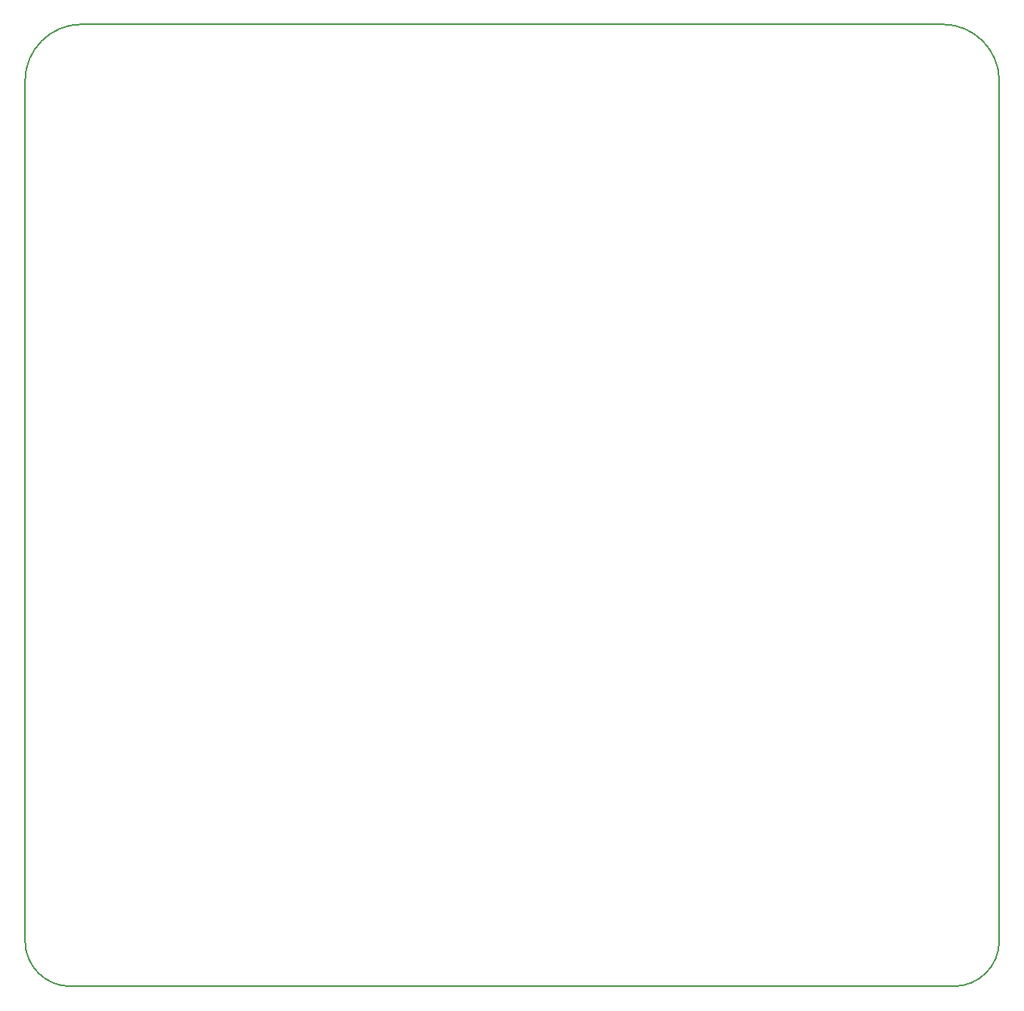
<source format=gbr>
G04 #@! TF.GenerationSoftware,KiCad,Pcbnew,5.0.2+dfsg1-1*
G04 #@! TF.CreationDate,2021-02-09T18:47:19-07:00*
G04 #@! TF.ProjectId,smart_battery,736d6172-745f-4626-9174-746572792e6b,rev?*
G04 #@! TF.SameCoordinates,Original*
G04 #@! TF.FileFunction,Profile,NP*
%FSLAX46Y46*%
G04 Gerber Fmt 4.6, Leading zero omitted, Abs format (unit mm)*
G04 Created by KiCad (PCBNEW 5.0.2+dfsg1-1) date Tue 09 Feb 2021 06:47:19 PM MST*
%MOMM*%
%LPD*%
G01*
G04 APERTURE LIST*
%ADD10C,0.150000*%
G04 APERTURE END LIST*
D10*
X21590000Y-21590000D02*
G75*
G02X27940000Y-15240000I6350000J0D01*
G01*
X26670000Y-123190000D02*
G75*
G02X21590000Y-118110000I0J5080000D01*
G01*
X130810000Y-118110000D02*
G75*
G02X125730000Y-123190000I-5080000J0D01*
G01*
X124460000Y-15240000D02*
G75*
G02X130810000Y-21590000I0J-6350000D01*
G01*
X124460000Y-15240000D02*
X27940000Y-15240000D01*
X130810000Y-118110000D02*
X130810000Y-21590000D01*
X26670000Y-123190000D02*
X125730000Y-123190000D01*
X21590000Y-21590000D02*
X21590000Y-118110000D01*
M02*

</source>
